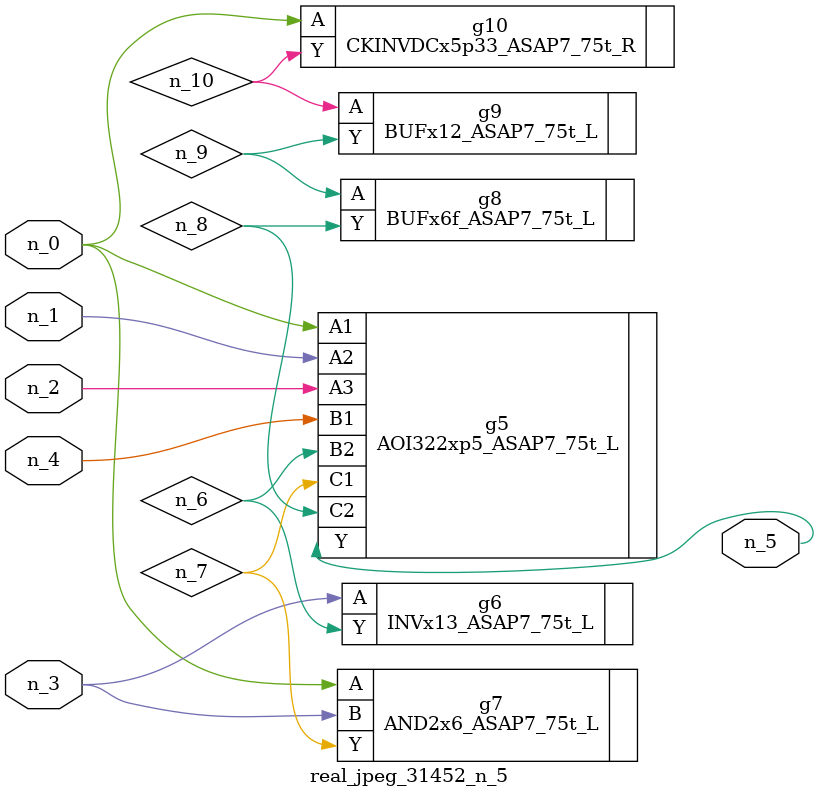
<source format=v>
module real_jpeg_31452_n_5 (n_4, n_0, n_1, n_2, n_3, n_5);

input n_4;
input n_0;
input n_1;
input n_2;
input n_3;

output n_5;

wire n_8;
wire n_6;
wire n_7;
wire n_10;
wire n_9;

AOI322xp5_ASAP7_75t_L g5 ( 
.A1(n_0),
.A2(n_1),
.A3(n_2),
.B1(n_4),
.B2(n_6),
.C1(n_7),
.C2(n_8),
.Y(n_5)
);

AND2x6_ASAP7_75t_L g7 ( 
.A(n_0),
.B(n_3),
.Y(n_7)
);

CKINVDCx5p33_ASAP7_75t_R g10 ( 
.A(n_0),
.Y(n_10)
);

INVx13_ASAP7_75t_L g6 ( 
.A(n_3),
.Y(n_6)
);

BUFx6f_ASAP7_75t_L g8 ( 
.A(n_9),
.Y(n_8)
);

BUFx12_ASAP7_75t_L g9 ( 
.A(n_10),
.Y(n_9)
);


endmodule
</source>
